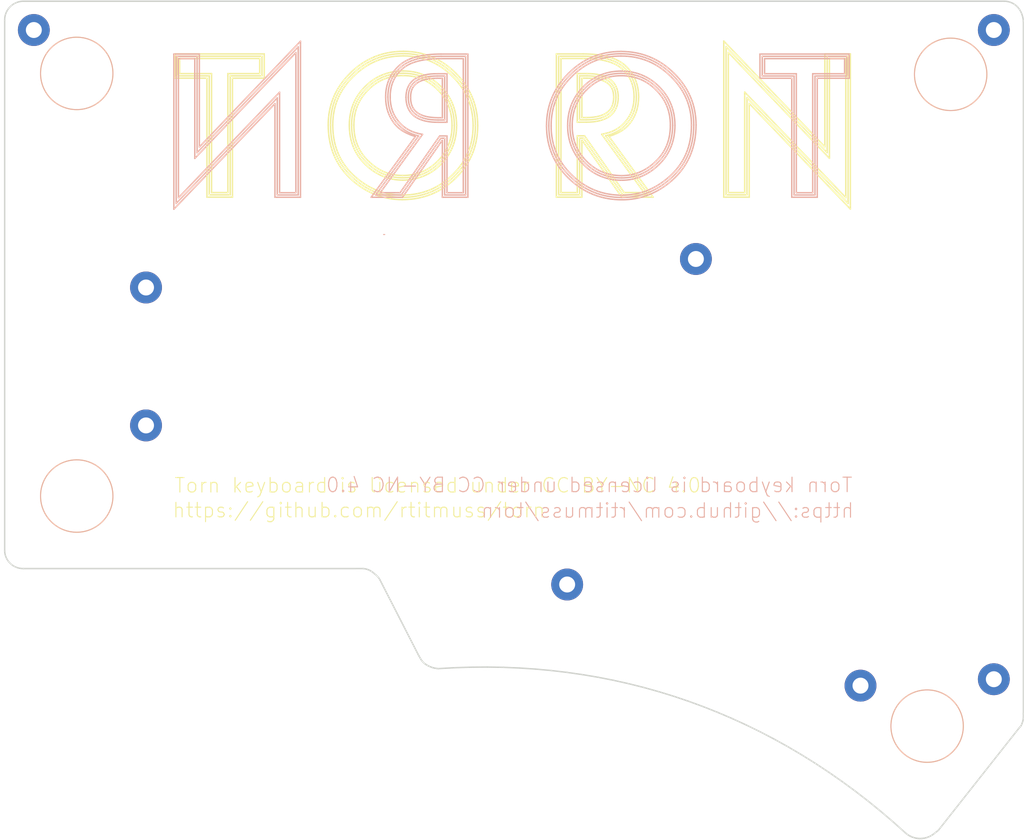
<source format=kicad_pcb>
(kicad_pcb (version 20221018) (generator pcbnew)
  (title_block (title "Torn Keyboard - Left") (rev "2.0"))
  (layers (0 "F.Cu" signal) (31 "B.Cu" signal) (34 "B.Paste" user) (35 "F.Paste" user) (36 "B.SilkS" user "B.Silkscreen") (37 "F.SilkS" user "F.Silkscreen") (38 "B.Mask" user) (39 "F.Mask" user) (44 "Edge.Cuts" user))
  (net 0 "")
  (footprint "footprints:MountingHole_2.2mm_M2_Pad" (layer "F.Cu") (at 69.723 89.789)
    (fp_text reference "H10")
    (fp_text value "M2")
    (pad "1" thru_hole circle (at 0 0) (size 4.4 4.4) (drill 2.2) (layers "*.Cu" "*.Mask"))
  )
  (footprint "footprints:MountingHole_2.2mm_M2_Pad" (layer "F.Cu") (at 69.723 108.839)
    (fp_text reference "H10")
    (fp_text value "M2")
    (pad "1" thru_hole circle (at 0 0) (size 4.4 4.4) (drill 2.2) (layers "*.Cu" "*.Mask"))
  )
  (footprint "footprints:MountingHole_2.2mm_M2_Pad" (layer "F.Cu") (at 54.229 54.229)
    (fp_text reference "H10")
    (fp_text value "M2")
    (pad "1" thru_hole circle (at 0 0) (size 4.4 4.4) (drill 2.2) (layers "*.Cu" "*.Mask"))
  )
  (footprint "footprints:MountingHole_2.2mm_M2_Pad" (layer "F.Cu") (at 186.817 54.229)
    (fp_text reference "H10")
    (fp_text value "M2")
    (pad "1" thru_hole circle (at 0 0) (size 4.4 4.4) (drill 2.2) (layers "*.Cu" "*.Mask"))
  )
  (footprint "footprints:MountingHole_2.2mm_M2_Pad" (layer "F.Cu") (at 145.669 85.852)
    (fp_text reference "H10")
    (fp_text value "M2")
    (pad "1" thru_hole circle (at 0 0) (size 4.4 4.4) (drill 2.2) (layers "*.Cu" "*.Mask"))
  )
  (footprint "footprints:MountingHole_2.2mm_M2_Pad" (layer "F.Cu") (at 168.402 144.78)
    (fp_text reference "H10")
    (fp_text value "M2")
    (pad "1" thru_hole circle (at 0 0) (size 4.4 4.4) (drill 2.2) (layers "*.Cu" "*.Mask"))
  )
  (footprint "footprints:MountingHole_2.2mm_M2_Pad" (layer "F.Cu") (at 127.889 130.81)
    (fp_text reference "H10")
    (fp_text value "M2")
    (pad "1" thru_hole circle (at 0 0) (size 4.4 4.4) (drill 2.2) (layers "*.Cu" "*.Mask"))
  )
  (footprint "footprints:MountingHole_2.2mm_M2_Pad" (layer "F.Cu") (at 186.817 143.891)
    (fp_text reference "H10")
    (fp_text value "M2")
    (pad "1" thru_hole circle (at 0 0) (size 4.4 4.4) (drill 2.2) (layers "*.Cu" "*.Mask"))
  )
  (gr_circle (center 60.1548 60.2234) (end 65.1548 60.2234) (stroke (width 0.15)) (fill none) (layer "B.SilkS"))
  (gr_circle (center 60.1548 118.5926) (end 65.1548 118.5926) (stroke (width 0.15)) (fill none) (layer "B.SilkS"))
  (gr_circle (center 177.6044 150.368) (end 182.6044 150.368) (stroke (width 0.15)) (fill none) (layer "B.SilkS"))
  (gr_circle (center 180.8556 60.3504) (end 185.8556 60.3504) (stroke (width 0.15)) (fill none) (layer "B.SilkS"))
  (gr_line (start 73.568392 78.970421) (end 73.568392 57.548512) (stroke (width 0.2)) (layer "B.SilkS"))
  (gr_line (start 87.532443 64.396953) (end 73.568392 78.970421) (stroke (width 0.2)) (layer "B.SilkS"))
  (gr_line (start 90.424622 76.696963) (end 90.424622 57.346963) (stroke (width 0.2)) (layer "B.SilkS"))
  (gr_line (start 88.169927 76.696963) (end 90.424622 76.696963) (stroke (width 0.2)) (layer "B.SilkS"))
  (gr_line (start 88.169927 62.817304) (end 88.169927 76.696963) (stroke (width 0.2)) (layer "B.SilkS"))
  (gr_line (start 74.201209 77.390701) (end 88.169927 62.817304) (stroke (width 0.2)) (layer "B.SilkS"))
  (gr_line (start 74.201209 58.181353) (end 74.201209 77.390701) (stroke (width 0.2)) (layer "B.SilkS"))
  (gr_line (start 76.460562 58.181353) (end 74.201209 58.181353) (stroke (width 0.2)) (layer "B.SilkS"))
  (gr_line (start 76.460562 71.962563) (end 76.460562 58.181353) (stroke (width 0.2)) (layer "B.SilkS"))
  (gr_line (start 90.424622 57.346963) (end 76.460562 71.962563) (stroke (width 0.2)) (layer "B.SilkS"))
  (gr_line (start 77.093371 70.378207) (end 91.057431 55.771973) (stroke (width 0.2)) (layer "B.SilkS"))
  (gr_line (start 77.093371 57.548512) (end 77.093371 70.378207) (stroke (width 0.2)) (layer "B.SilkS"))
  (gr_line (start 73.568392 57.548512) (end 77.093371 57.548512) (stroke (width 0.2)) (layer "B.SilkS"))
  (gr_line (start 87.532443 77.329772) (end 87.532443 64.396953) (stroke (width 0.2)) (layer "B.SilkS"))
  (gr_line (start 90.738693 77.329772) (end 87.532443 77.329772) (stroke (width 0.2)) (layer "B.SilkS"))
  (gr_line (start 91.057431 77.329772) (end 90.738693 77.329772) (stroke (width 0.2)) (layer "B.SilkS"))
  (gr_line (start 91.057431 55.771973) (end 91.057431 77.329772) (stroke (width 0.2)) (layer "B.SilkS"))
  (gr_line (start 87.851022 77.013288) (end 90.740756 77.013288) (stroke (width 0.2)) (layer "B.SilkS"))
  (gr_line (start 87.851022 63.606418) (end 87.851022 77.013288) (stroke (width 0.2)) (layer "B.SilkS"))
  (gr_line (start 73.886019 78.179116) (end 87.851022 63.606418) (stroke (width 0.2)) (layer "B.SilkS"))
  (gr_line (start 73.886019 57.864139) (end 73.886019 78.179116) (stroke (width 0.2)) (layer "B.SilkS"))
  (gr_line (start 76.775776 57.864139) (end 73.886019 57.864139) (stroke (width 0.2)) (layer "B.SilkS"))
  (gr_line (start 76.775776 71.171798) (end 76.775776 57.864139) (stroke (width 0.2)) (layer "B.SilkS"))
  (gr_line (start 90.740756 56.561913) (end 76.775776 71.171798) (stroke (width 0.2)) (layer "B.SilkS"))
  (gr_line (start 90.740756 77.013288) (end 90.740756 56.561913) (stroke (width 0.2)) (layer "B.SilkS"))
  (gr_line (start 110.651168 66.337584) (end 110.651168 60.895405) (stroke (width 0.2)) (layer "B.SilkS"))
  (gr_line (start 110.051188 66.337584) (end 110.651168 66.337584) (stroke (width 0.2)) (layer "B.SilkS"))
  (gr_line (start 110.651168 60.895405) (end 109.938666 60.895405) (stroke (width 0.2)) (layer "B.SilkS"))
  (gr_line (start 109.938666 60.262596) (end 111.288676 60.262596) (stroke (width 0.2)) (layer "B.SilkS"))
  (gr_line (start 110.969938 66.975084) (end 110.051188 66.975084) (stroke (width 0.2)) (layer "B.SilkS"))
  (gr_line (start 111.288676 66.975084) (end 110.969938 66.975084) (stroke (width 0.2)) (layer "B.SilkS"))
  (gr_line (start 111.288676 60.262596) (end 111.288676 66.975084) (stroke (width 0.2)) (layer "B.SilkS"))
  (gr_curve (pts (xy 107.163685 65.620408) (xy 107.766753 66.081362) (xy 108.723253 66.337584) (xy 110.051188 66.337584)) (stroke (width 0.2)) (layer "B.SilkS"))
  (gr_curve (pts (xy 106.263668 63.520407) (xy 106.263668 64.497093) (xy 106.560539 65.159438) (xy 107.163685 65.620408)) (stroke (width 0.2)) (layer "B.SilkS"))
  (gr_curve (pts (xy 107.130864 61.57041) (xy 106.546664 62.000392) (xy 106.263668 62.612501) (xy 106.263668 63.520407)) (stroke (width 0.2)) (layer "B.SilkS"))
  (gr_curve (pts (xy 109.938666 60.895405) (xy 108.646442 60.895405) (xy 107.715056 61.140515) (xy 107.130864 61.57041)) (stroke (width 0.2)) (layer "B.SilkS"))
  (gr_line (start 113.543243 76.697027) (end 113.543243 58.181353) (stroke (width 0.2)) (layer "B.SilkS"))
  (gr_line (start 111.288549 76.697027) (end 113.543243 76.697027) (stroke (width 0.2)) (layer "B.SilkS"))
  (gr_line (start 111.288549 68.859541) (end 111.288549 76.697027) (stroke (width 0.2)) (layer "B.SilkS"))
  (gr_line (start 110.280749 68.859541) (end 111.288549 68.859541) (stroke (width 0.2)) (layer "B.SilkS"))
  (gr_line (start 104.815115 76.697027) (end 110.280749 68.859541) (stroke (width 0.2)) (layer "B.SilkS"))
  (gr_line (start 102.068232 76.697027) (end 104.815115 76.697027) (stroke (width 0.2)) (layer "B.SilkS"))
  (gr_line (start 107.627624 69.037659) (end 102.068232 76.697027) (stroke (width 0.2)) (layer "B.SilkS"))
  (gr_line (start 107.913691 68.643896) (end 107.627624 69.037659) (stroke (width 0.2)) (layer "B.SilkS"))
  (gr_line (start 107.440236 68.540708) (end 107.913691 68.643896) (stroke (width 0.2)) (layer "B.SilkS"))
  (gr_line (start 113.54337 58.181353) (end 110.47305 58.181353) (stroke (width 0.2)) (layer "B.SilkS"))
  (gr_curve (pts (xy 106.755857 61.059489) (xy 107.502839 60.509675) (xy 108.568559 60.262596) (xy 109.938666 60.262596)) (stroke (width 0.2)) (layer "B.SilkS"))
  (gr_curve (pts (xy 105.626192 63.520407) (xy 105.626192 62.468744) (xy 106.008914 61.60924) (xy 106.755857 61.059489)) (stroke (width 0.2)) (layer "B.SilkS"))
  (gr_curve (pts (xy 106.779296 66.126629) (xy 106.013986 65.541676) (xy 105.626192 64.635595) (xy 105.626192 63.520407)) (stroke (width 0.2)) (layer "B.SilkS"))
  (gr_curve (pts (xy 110.051188 66.975084) (xy 108.642346 66.975084) (xy 107.54463 66.711568) (xy 106.779296 66.126629)) (stroke (width 0.2)) (layer "B.SilkS"))
  (gr_line (start 110.47305 57.548512) (end 114.176179 57.548512) (stroke (width 0.2)) (layer "B.SilkS"))
  (gr_line (start 100.821505 77.329772) (end 106.92464 68.93444) (stroke (width 0.2)) (layer "B.SilkS"))
  (gr_line (start 105.143402 77.329772) (end 100.821505 77.329772) (stroke (width 0.2)) (layer "B.SilkS"))
  (gr_line (start 110.613703 69.492287) (end 105.143402 77.329772) (stroke (width 0.2)) (layer "B.SilkS"))
  (gr_line (start 110.651168 69.492287) (end 110.613703 69.492287) (stroke (width 0.2)) (layer "B.SilkS"))
  (gr_line (start 110.651168 77.329772) (end 110.651168 69.492287) (stroke (width 0.2)) (layer "B.SilkS"))
  (gr_line (start 114.176179 77.329772) (end 110.651168 77.329772) (stroke (width 0.2)) (layer "B.SilkS"))
  (gr_line (start 114.176179 57.548512) (end 114.176179 77.329772) (stroke (width 0.2)) (layer "B.SilkS"))
  (gr_curve (pts (xy 104.543366 66.782902) (xy 105.276918 67.703715) (xy 106.229799 68.281351) (xy 107.440236 68.540708)) (stroke (width 0.2)) (layer "B.SilkS"))
  (gr_curve (pts (xy 103.446499 63.482912) (xy 103.446499 64.778247) (xy 103.810831 65.863328) (xy 104.543366 66.782902)) (stroke (width 0.2)) (layer "B.SilkS"))
  (gr_curve (pts (xy 105.19494 59.531362) (xy 104.019936 60.533995) (xy 103.446499 61.822188) (xy 103.446499 63.482912)) (stroke (width 0.2)) (layer "B.SilkS"))
  (gr_curve (pts (xy 110.47305 58.181353) (xy 107.98274 58.181353) (xy 106.229759 58.656301) (xy 105.19494 59.531362)) (stroke (width 0.2)) (layer "B.SilkS"))
  (gr_line (start 110.96889 60.580255) (end 110.96889 66.657402) (stroke (width 0.2)) (layer "B.SilkS"))
  (gr_line (start 109.939523 60.580255) (end 110.96889 60.580255) (stroke (width 0.2)) (layer "B.SilkS"))
  (gr_line (start 110.96889 66.657402) (end 110.051125 66.657402) (stroke (width 0.2)) (layer "B.SilkS"))
  (gr_curve (pts (xy 104.787111 59.048508) (xy 106.001231 58.021872) (xy 107.903206 57.548512) (xy 110.47305 57.548512)) (stroke (width 0.2)) (layer "B.SilkS"))
  (gr_curve (pts (xy 102.813659 63.482912) (xy 102.813659 61.670994) (xy 103.481678 60.162489) (xy 104.787111 59.048508)) (stroke (width 0.2)) (layer "B.SilkS"))
  (gr_curve (pts (xy 104.046479 67.176633) (xy 103.224599 66.144917) (xy 102.813659 64.899556) (xy 102.813659 63.482912)) (stroke (width 0.2)) (layer "B.SilkS"))
  (gr_curve (pts (xy 106.924616 68.93444) (xy 105.792752 68.603097) (xy 104.771903 68.087286) (xy 104.046479 67.176633)) (stroke (width 0.2)) (layer "B.SilkS"))
  (gr_line (start 113.858647 57.864139) (end 110.472796 57.864139) (stroke (width 0.2)) (layer "B.SilkS"))
  (gr_line (start 113.858647 77.013288) (end 113.858647 57.864139) (stroke (width 0.2)) (layer "B.SilkS"))
  (gr_line (start 110.96889 77.013288) (end 113.858647 77.013288) (stroke (width 0.2)) (layer "B.SilkS"))
  (gr_line (start 110.96889 69.175041) (end 110.96889 77.013288) (stroke (width 0.2)) (layer "B.SilkS"))
  (gr_line (start 110.448008 69.175041) (end 110.96889 69.175041) (stroke (width 0.2)) (layer "B.SilkS"))
  (gr_line (start 104.978595 77.013288) (end 110.448008 69.175041) (stroke (width 0.2)) (layer "B.SilkS"))
  (gr_line (start 101.443932 77.013288) (end 104.978595 77.013288) (stroke (width 0.2)) (layer "B.SilkS"))
  (gr_line (start 107.372251 68.852589) (end 101.443932 77.013288) (stroke (width 0.2)) (layer "B.SilkS"))
  (gr_line (start 140.102602 72.379758) (end 140.107365 72.379758) (stroke (width 0.2)) (layer "B.SilkS"))
  (gr_curve (pts (xy 105.945986 63.519614) (xy 105.945986 61.560028) (xy 107.277168 60.580255) (xy 109.939523 60.580255)) (stroke (width 0.2)) (layer "B.SilkS"))
  (gr_curve (pts (xy 110.051125 66.657402) (xy 107.314339 66.657402) (xy 105.945986 65.611462) (xy 105.945986 63.519614)) (stroke (width 0.2)) (layer "B.SilkS"))
  (gr_line (start 130.544911 62.526656) (end 130.538561 62.526656) (stroke (width 0.2)) (layer "B.SilkS"))
  (gr_curve (pts (xy 104.296479 66.979855) (xy 105.073679 67.955492) (xy 106.098949 68.579737) (xy 107.372251 68.852589)) (stroke (width 0.2)) (layer "B.SilkS"))
  (gr_curve (pts (xy 103.130651 63.482372) (xy 103.130651 64.838373) (xy 103.51927 66.00421) (xy 104.296479 66.979855)) (stroke (width 0.2)) (layer "B.SilkS"))
  (gr_curve (pts (xy 104.991002 59.290412) (xy 103.75076 60.348734) (xy 103.130651 61.746051) (xy 103.130651 63.482372)) (stroke (width 0.2)) (layer "B.SilkS"))
  (gr_curve (pts (xy 110.472796 57.864139) (xy 107.942743 57.864139) (xy 106.115459 58.339563) (xy 104.991002 59.290412)) (stroke (width 0.2)) (layer "B.SilkS"))
  (gr_line (start 130.118349 72.796953) (end 130.111999 72.796953) (stroke (width 0.2)) (layer "B.SilkS"))
  (gr_curve (pts (xy 140.173024 62.526656) (xy 138.854494 61.192236) (xy 137.268455 60.539171) (xy 135.349581 60.539171)) (stroke (width 0.2)) (layer "B.SilkS"))
  (gr_curve (pts (xy 142.141777 67.38758) (xy 142.141777 65.44214) (xy 141.490545 63.844194) (xy 140.173024 62.526656)) (stroke (width 0.2)) (layer "B.SilkS"))
  (gr_curve (pts (xy 140.107397 72.379758) (xy 141.470336 71.072294) (xy 142.141777 69.433137) (xy 142.141777 67.38758)) (stroke (width 0.2)) (layer "B.SilkS"))
  (gr_line (start 142.188648 60.632897) (end 142.183886 60.632897) (stroke (width 0.2)) (layer "B.SilkS"))
  (gr_curve (pts (xy 135.424479 74.339145) (xy 137.198589 74.339145) (xy 138.738591 73.695922) (xy 140.102602 72.379758)) (stroke (width 0.2)) (layer "B.SilkS"))
  (gr_curve (pts (xy 130.568247 72.351628) (xy 131.89473 73.68608) (xy 133.488484 74.339145) (xy 135.424479 74.339145)) (stroke (width 0.2)) (layer "B.SilkS"))
  (gr_curve (pts (xy 128.585427 67.439142) (xy 128.585427 69.384147) (xy 129.240653 71.000229) (xy 130.568247 72.351628)) (stroke (width 0.2)) (layer "B.SilkS"))
  (gr_curve (pts (xy 130.540116 62.526656) (xy 129.230874 63.851743) (xy 128.585427 65.467604) (xy 128.585427 67.439142)) (stroke (width 0.2)) (layer "B.SilkS"))
  (gr_curve (pts (xy 135.349581 60.539171) (xy 133.42215 60.539171) (xy 131.846374 61.193435) (xy 130.544911 62.526656)) (stroke (width 0.2)) (layer "B.SilkS"))
  (gr_line (start 166.202706 60.262596) (end 166.202706 58.181353) (stroke (width 0.2)) (layer "B.SilkS"))
  (gr_line (start 161.796458 60.262596) (end 166.202706 60.262596) (stroke (width 0.2)) (layer "B.SilkS"))
  (gr_line (start 161.796458 76.696963) (end 161.796458 60.262596) (stroke (width 0.2)) (layer "B.SilkS"))
  (gr_line (start 159.541773 76.696963) (end 161.796458 76.696963) (stroke (width 0.2)) (layer "B.SilkS"))
  (gr_line (start 159.541773 60.581335) (end 159.541773 76.696963) (stroke (width 0.2)) (layer "B.SilkS"))
  (gr_line (start 159.541773 60.262596) (end 159.541773 60.581335) (stroke (width 0.2)) (layer "B.SilkS"))
  (gr_line (start 155.154273 60.262596) (end 159.541773 60.262596) (stroke (width 0.2)) (layer "B.SilkS"))
  (gr_line (start 155.154273 58.181353) (end 155.154273 60.262596) (stroke (width 0.2)) (layer "B.SilkS"))
  (gr_line (start 166.202706 58.181353) (end 155.154273 58.181353) (stroke (width 0.2)) (layer "B.SilkS"))
  (gr_curve (pts (xy 130.090124 62.081363) (xy 131.500617 60.636421) (xy 133.275124 59.901631) (xy 135.349478 59.901631)) (stroke (width 0.2)) (layer "B.SilkS"))
  (gr_curve (pts (xy 127.952619 67.439142) (xy 127.952619 65.326189) (xy 128.670835 63.517804) (xy 130.090124 62.081363)) (stroke (width 0.2)) (layer "B.SilkS"))
  (gr_curve (pts (xy 130.113555 72.796953) (xy 128.679535 71.337184) (xy 127.952619 69.529022) (xy 127.952619 67.439142)) (stroke (width 0.2)) (layer "B.SilkS"))
  (gr_curve (pts (xy 135.424583 74.976653) (xy 133.342243 74.976653) (xy 131.553417 74.240625) (xy 130.118349 72.796953)) (stroke (width 0.2)) (layer "B.SilkS"))
  (gr_curve (pts (xy 140.54334 72.839157) (xy 139.079618 74.251515) (xy 137.354625 74.976653) (xy 135.424583 74.976653)) (stroke (width 0.2)) (layer "B.SilkS"))
  (gr_curve (pts (xy 142.774578 67.38758) (xy 142.774578 69.575345) (xy 142.02466 71.418114) (xy 140.54334 72.839157)) (stroke (width 0.2)) (layer "B.SilkS"))
  (gr_curve (pts (xy 140.623024 62.081363) (xy 142.050544 63.508883) (xy 142.774578 65.298153) (xy 142.774578 67.38758)) (stroke (width 0.2)) (layer "B.SilkS"))
  (gr_curve (pts (xy 135.349581 59.901631) (xy 137.414434 59.901631) (xy 139.197053 60.639818) (xy 140.623024 62.081363)) (stroke (width 0.2)) (layer "B.SilkS"))
  (gr_line (start 154.516773 57.548512) (end 166.835523 57.548512) (stroke (width 0.2)) (layer "B.SilkS"))
  (gr_line (start 154.516773 60.895405) (end 154.516773 57.548512) (stroke (width 0.2)) (layer "B.SilkS"))
  (gr_line (start 158.908963 60.895405) (end 154.516773 60.895405) (stroke (width 0.2)) (layer "B.SilkS"))
  (gr_line (start 158.908963 77.329772) (end 158.908963 60.895405) (stroke (width 0.2)) (layer "B.SilkS"))
  (gr_line (start 162.433959 77.329772) (end 158.908963 77.329772) (stroke (width 0.2)) (layer "B.SilkS"))
  (gr_line (start 162.433959 60.895405) (end 162.433959 77.329772) (stroke (width 0.2)) (layer "B.SilkS"))
  (gr_line (start 166.835523 60.895405) (end 162.433959 60.895405) (stroke (width 0.2)) (layer "B.SilkS"))
  (gr_line (start 166.835523 57.548512) (end 166.835523 60.895405) (stroke (width 0.2)) (layer "B.SilkS"))
  (gr_curve (pts (xy 142.183854 60.632897) (xy 140.268964 58.750186) (xy 138.004103 57.820419) (xy 135.316672 57.820419)) (stroke (width 0.2)) (layer "B.SilkS"))
  (gr_curve (pts (xy 145.057395 67.350083) (xy 145.057395 64.732241) (xy 144.112087 62.516108) (xy 142.188648 60.632897)) (stroke (width 0.2)) (layer "B.SilkS"))
  (gr_curve (pts (xy 141.916773 74.55476) (xy 144.019075 72.717261) (xy 145.057395 70.342838) (xy 145.057395 67.350083)) (stroke (width 0.2)) (layer "B.SilkS"))
  (gr_curve (pts (xy 135.462087 77.043832) (xy 137.861021 77.043832) (xy 139.998621 76.223095) (xy 141.916773 74.55476)) (stroke (width 0.2)) (layer "B.SilkS"))
  (gr_curve (pts (xy 128.529293 74.245419) (xy 130.45182 76.119653) (xy 132.740391 77.043832) (xy 135.462087 77.043832)) (stroke (width 0.2)) (layer "B.SilkS"))
  (gr_curve (pts (xy 125.674597 67.462583) (xy 125.674597 70.140273) (xy 126.615825 72.380171) (xy 128.529293 74.245419)) (stroke (width 0.2)) (layer "B.SilkS"))
  (gr_curve (pts (xy 128.519927 60.65636) (xy 126.612936 62.555263) (xy 125.674597 64.801616) (xy 125.674597 67.462583)) (stroke (width 0.2)) (layer "B.SilkS"))
  (gr_curve (pts (xy 135.316775 57.820419) (xy 132.66396 57.820419) (xy 130.418895 58.757361) (xy 128.519927 60.65636)) (stroke (width 0.2)) (layer "B.SilkS"))
  (gr_curve (pts (xy 128.069903 60.206335) (xy 130.073518 58.20272) (xy 132.512584 57.187578) (xy 135.316775 57.187578)) (stroke (width 0.2)) (layer "B.SilkS"))
  (gr_curve (pts (xy 125.03712 67.462583) (xy 125.03712 64.65004) (xy 126.057756 62.210014) (xy 128.069903 60.206335)) (stroke (width 0.2)) (layer "B.SilkS"))
  (gr_curve (pts (xy 128.083968 74.700079) (xy 126.061788 72.728881) (xy 125.03712 70.29153) (xy 125.03712 67.462583)) (stroke (width 0.2)) (layer "B.SilkS"))
  (gr_curve (pts (xy 135.462087 77.676641) (xy 132.594499 77.676641) (xy 130.11365 76.678802) (xy 128.083968 74.700079)) (stroke (width 0.2)) (layer "B.SilkS"))
  (gr_curve (pts (xy 142.333968 75.032883) (xy 140.316454 76.787641) (xy 138.007555 77.676641) (xy 135.462087 77.676641)) (stroke (width 0.2)) (layer "B.SilkS"))
  (gr_curve (pts (xy 145.690212 67.350083) (xy 145.690212 70.492348) (xy 144.564198 73.08356) (xy 142.333968 75.032883)) (stroke (width 0.2)) (layer "B.SilkS"))
  (gr_curve (pts (xy 142.629275 60.178205) (xy 144.658043 62.164548) (xy 145.690212 64.57708) (xy 145.690212 67.350083)) (stroke (width 0.2)) (layer "B.SilkS"))
  (gr_curve (pts (xy 135.316775 57.187578) (xy 138.15251 57.187578) (xy 140.608499 58.191417) (xy 142.629275 60.178205)) (stroke (width 0.2)) (layer "B.SilkS"))
  (gr_curve (pts (xy 140.399544 62.304153) (xy 141.772065 63.676682) (xy 142.458325 65.371654) (xy 142.458325 67.389112)) (stroke (width 0.2)) (layer "B.SilkS"))
  (gr_curve (pts (xy 135.351812 60.220559) (xy 137.344449 60.220559) (xy 139.027032 60.91509) (xy 140.399544 62.304153)) (stroke (width 0.2)) (layer "B.SilkS"))
  (gr_curve (pts (xy 130.316469 62.304153) (xy 131.67248 60.91509) (xy 133.350903 60.220559) (xy 135.351812 60.220559)) (stroke (width 0.2)) (layer "B.SilkS"))
  (gr_curve (pts (xy 128.270087 67.438698) (xy 128.270087 65.396451) (xy 128.952236 63.684936) (xy 130.316469 62.304153)) (stroke (width 0.2)) (layer "B.SilkS"))
  (gr_curve (pts (xy 130.341298 72.573243) (xy 128.960491 71.167639) (xy 128.270087 69.456124) (xy 128.270087 67.438698)) (stroke (width 0.2)) (layer "B.SilkS"))
  (gr_curve (pts (xy 135.426226 74.656836) (xy 133.417039 74.656836) (xy 131.722065 73.962305) (xy 130.341298 72.573243)) (stroke (width 0.2)) (layer "B.SilkS"))
  (gr_curve (pts (xy 140.32513 72.610454) (xy 138.911271 73.974719) (xy 137.278306 74.656836) (xy 135.426226 74.656836)) (stroke (width 0.2)) (layer "B.SilkS"))
  (gr_curve (pts (xy 142.458325 67.389112) (xy 142.458325 69.505749) (xy 141.74726 71.246188) (xy 140.32513 72.610454)) (stroke (width 0.2)) (layer "B.SilkS"))
  (gr_line (start 154.835829 60.580255) (end 159.226241 60.580255) (stroke (width 0.2)) (layer "B.SilkS"))
  (gr_line (start 154.835829 57.864139) (end 154.835829 60.580255) (stroke (width 0.2)) (layer "B.SilkS"))
  (gr_line (start 166.518785 57.864139) (end 154.835829 57.864139) (stroke (width 0.2)) (layer "B.SilkS"))
  (gr_line (start 166.518785 60.580255) (end 166.518785 57.864139) (stroke (width 0.2)) (layer "B.SilkS"))
  (gr_line (start 162.115967 60.580255) (end 166.518785 60.580255) (stroke (width 0.2)) (layer "B.SilkS"))
  (gr_line (start 162.115967 77.013288) (end 162.115967 60.580255) (stroke (width 0.2)) (layer "B.SilkS"))
  (gr_line (start 159.226241 77.013288) (end 162.115967 77.013288) (stroke (width 0.2)) (layer "B.SilkS"))
  (gr_line (start 159.226241 60.580255) (end 159.226241 77.013288) (stroke (width 0.2)) (layer "B.SilkS"))
  (gr_curve (pts (xy 142.123466 74.793266) (xy 144.289736 72.899855) (xy 145.372863 70.419387) (xy 145.372863 67.351893)) (stroke (width 0.2)) (layer "B.SilkS"))
  (gr_curve (pts (xy 135.463429 77.36057) (xy 137.935626 77.36057) (xy 140.155633 76.504781) (xy 142.123466 74.793266)) (stroke (width 0.2)) (layer "B.SilkS"))
  (gr_curve (pts (xy 128.307298 74.470813) (xy 130.283418 76.397307) (xy 132.668794 77.36057) (xy 135.463429 77.36057)) (stroke (width 0.2)) (layer "B.SilkS"))
  (gr_curve (pts (xy 125.355573 67.463527) (xy 125.355573 70.21683) (xy 126.339473 72.552605) (xy 128.307298 74.470813)) (stroke (width 0.2)) (layer "B.SilkS"))
  (gr_curve (pts (xy 128.294916 60.431411) (xy 126.335346 62.382702) (xy 125.355573 64.72674) (xy 125.355573 67.463527)) (stroke (width 0.2)) (layer "B.SilkS"))
  (gr_curve (pts (xy 135.314608 57.504475) (xy 132.586117 57.504475) (xy 130.246207 58.48012) (xy 128.294916 60.431411)) (stroke (width 0.2)) (layer "B.SilkS"))
  (gr_curve (pts (xy 142.408723 60.406614) (xy 140.440891 58.471833) (xy 138.076183 57.504475) (xy 135.314608 57.504475)) (stroke (width 0.2)) (layer "B.SilkS"))
  (gr_curve (pts (xy 145.372863 67.351893) (xy 145.372863 64.656478) (xy 144.384819 62.341364) (xy 142.408723 60.406614)) (stroke (width 0.2)) (layer "B.SilkS"))
  (gr_line (start 102.6922 82.4738) (end 102.5398 82.4738) (stroke (width 0.15)) (layer "B.SilkS"))
  (gr_circle (center 60.1548 60.2234) (end 65.1548 60.2234) (stroke (width 0.15)) (fill none) (layer "F.SilkS"))
  (gr_circle (center 180.8556 60.3504) (end 185.8556 60.3504) (stroke (width 0.15)) (fill none) (layer "F.SilkS"))
  (gr_circle (center 177.6044 150.368) (end 182.6044 150.368) (stroke (width 0.15)) (fill none) (layer "F.SilkS"))
  (gr_circle (center 60.1548 118.5926) (end 65.1548 118.5926) (stroke (width 0.15)) (fill none) (layer "F.SilkS"))
  (gr_line (start 167.005982 78.952596) (end 167.005982 57.530686) (stroke (width 0.2)) (layer "F.SilkS"))
  (gr_line (start 153.041931 64.379128) (end 167.005982 78.952596) (stroke (width 0.2)) (layer "F.SilkS"))
  (gr_line (start 150.149752 76.679138) (end 150.149752 57.329137) (stroke (width 0.2)) (layer "F.SilkS"))
  (gr_line (start 152.404446 76.679138) (end 150.149752 76.679138) (stroke (width 0.2)) (layer "F.SilkS"))
  (gr_line (start 152.404446 62.799478) (end 152.404446 76.679138) (stroke (width 0.2)) (layer "F.SilkS"))
  (gr_line (start 166.373165 77.372875) (end 152.404446 62.799478) (stroke (width 0.2)) (layer "F.SilkS"))
  (gr_line (start 166.373165 58.163527) (end 166.373165 77.372875) (stroke (width 0.2)) (layer "F.SilkS"))
  (gr_line (start 164.113811 58.163527) (end 166.373165 58.163527) (stroke (width 0.2)) (layer "F.SilkS"))
  (gr_line (start 164.113811 71.944738) (end 164.113811 58.163527) (stroke (width 0.2)) (layer "F.SilkS"))
  (gr_line (start 150.149752 57.329137) (end 164.113811 71.944738) (stroke (width 0.2)) (layer "F.SilkS"))
  (gr_line (start 163.481002 70.360382) (end 149.516943 55.754147) (stroke (width 0.2)) (layer "F.SilkS"))
  (gr_line (start 163.481002 57.530686) (end 163.481002 70.360382) (stroke (width 0.2)) (layer "F.SilkS"))
  (gr_line (start 167.005982 57.530686) (end 163.481002 57.530686) (stroke (width 0.2)) (layer "F.SilkS"))
  (gr_line (start 153.041931 77.311947) (end 153.041931 64.379128) (stroke (width 0.2)) (layer "F.SilkS"))
  (gr_line (start 149.835682 77.311947) (end 153.041931 77.311947) (stroke (width 0.2)) (layer "F.SilkS"))
  (gr_line (start 149.516943 77.311947) (end 149.835682 77.311947) (stroke (width 0.2)) (layer "F.SilkS"))
  (gr_line (start 149.516943 55.754147) (end 149.516943 77.311947) (stroke (width 0.2)) (layer "F.SilkS"))
  (gr_line (start 152.723351 76.995463) (end 149.833618 76.995463) (stroke (width 0.2)) (layer "F.SilkS"))
  (gr_line (start 152.723351 63.588593) (end 152.723351 76.995463) (stroke (width 0.2)) (layer "F.SilkS"))
  (gr_line (start 166.688355 78.161291) (end 152.723351 63.588593) (stroke (width 0.2)) (layer "F.SilkS"))
  (gr_line (start 166.688355 57.846313) (end 166.688355 78.161291) (stroke (width 0.2)) (layer "F.SilkS"))
  (gr_line (start 163.798597 57.846313) (end 166.688355 57.846313) (stroke (width 0.2)) (layer "F.SilkS"))
  (gr_line (start 163.798597 71.153973) (end 163.798597 57.846313) (stroke (width 0.2)) (layer "F.SilkS"))
  (gr_line (start 149.833618 56.544087) (end 163.798597 71.153973) (stroke (width 0.2)) (layer "F.SilkS"))
  (gr_line (start 149.833618 76.995463) (end 149.833618 56.544087) (stroke (width 0.2)) (layer "F.SilkS"))
  (gr_line (start 129.923206 66.319759) (end 129.923206 60.87758) (stroke (width 0.2)) (layer "F.SilkS"))
  (gr_line (start 130.523186 66.319759) (end 129.923206 66.319759) (stroke (width 0.2)) (layer "F.SilkS"))
  (gr_line (start 129.923206 60.87758) (end 130.635708 60.87758) (stroke (width 0.2)) (layer "F.SilkS"))
  (gr_line (start 130.635708 60.244771) (end 129.285698 60.244771) (stroke (width 0.2)) (layer "F.SilkS"))
  (gr_line (start 129.604436 66.957259) (end 130.523186 66.957259) (stroke (width 0.2)) (layer "F.SilkS"))
  (gr_line (start 129.285698 66.957259) (end 129.604436 66.957259) (stroke (width 0.2)) (layer "F.SilkS"))
  (gr_line (start 129.285698 60.244771) (end 129.285698 66.957259) (stroke (width 0.2)) (layer "F.SilkS"))
  (gr_curve (pts (xy 133.410689 65.602582) (xy 132.807622 66.063536) (xy 131.851121 66.319759) (xy 130.523186 66.319759)) (stroke (width 0.2)) (layer "F.SilkS"))
  (gr_curve (pts (xy 134.310706 63.502582) (xy 134.310706 64.479267) (xy 134.013836 65.141612) (xy 133.410689 65.602582)) (stroke (width 0.2)) (layer "F.SilkS"))
  (gr_curve (pts (xy 133.44351 61.552585) (xy 134.02771 61.982567) (xy 134.310706 62.594675) (xy 134.310706 63.502582)) (stroke (width 0.2)) (layer "F.SilkS"))
  (gr_curve (pts (xy 130.635708 60.87758) (xy 131.927933 60.87758) (xy 132.859319 61.12269) (xy 133.44351 61.552585)) (stroke (width 0.2)) (layer "F.SilkS"))
  (gr_line (start 127.031131 76.679201) (end 127.031131 58.163527) (stroke (width 0.2)) (layer "F.SilkS"))
  (gr_line (start 129.285825 76.679201) (end 127.031131 76.679201) (stroke (width 0.2)) (layer "F.SilkS"))
  (gr_line (start 129.285825 68.841716) (end 129.285825 76.679201) (stroke (width 0.2)) (layer "F.SilkS"))
  (gr_line (start 130.293626 68.841716) (end 129.285825 68.841716) (stroke (width 0.2)) (layer "F.SilkS"))
  (gr_line (start 135.75926 76.679201) (end 130.293626 68.841716) (stroke (width 0.2)) (layer "F.SilkS"))
  (gr_line (start 138.506142 76.679201) (end 135.75926 76.679201) (stroke (width 0.2)) (layer "F.SilkS"))
  (gr_line (start 132.94675 69.019833) (end 138.506142 76.679201) (stroke (width 0.2)) (layer "F.SilkS"))
  (gr_line (start 132.660683 68.62607) (end 132.94675 69.019833) (stroke (width 0.2)) (layer "F.SilkS"))
  (gr_line (start 133.134139 68.522883) (end 132.660683 68.62607) (stroke (width 0.2)) (layer "F.SilkS"))
  (gr_line (start 127.031003 58.163527) (end 130.101324 58.163527) (stroke (width 0.2)) (layer "F.SilkS"))
  (gr_curve (pts (xy 133.818518 61.041664) (xy 133.071535 60.491849) (xy 132.005815 60.244771) (xy 130.635708 60.244771)) (stroke (width 0.2)) (layer "F.SilkS"))
  (gr_curve (pts (xy 134.948182 63.502582) (xy 134.948182 62.450919) (xy 134.56546 61.591415) (xy 133.818518 61.041664)) (stroke (width 0.2)) (layer "F.SilkS"))
  (gr_curve (pts (xy 133.795078 66.108804) (xy 134.560388 65.52385) (xy 134.948182 64.617769) (xy 134.948182 63.502582)) (stroke (width 0.2)) (layer "F.SilkS"))
  (gr_curve (pts (xy 130.523186 66.957259) (xy 131.932028 66.957259) (xy 133.029745 66.693742) (xy 133.795078 66.108804)) (stroke (width 0.2)) (layer "F.SilkS"))
  (gr_line (start 130.101324 57.530686) (end 126.398195 57.530686) (stroke (width 0.2)) (layer "F.SilkS"))
  (gr_line (start 139.752869 77.311947) (end 133.649735 68.916614) (stroke (width 0.2)) (layer "F.SilkS"))
  (gr_line (start 135.430973 77.311947) (end 139.752869 77.311947) (stroke (width 0.2)) (layer "F.SilkS"))
  (gr_line (start 129.960671 69.474462) (end 135.430973 77.311947) (stroke (width 0.2)) (layer "F.SilkS"))
  (gr_line (start 129.923206 69.474462) (end 129.960671 69.474462) (stroke (width 0.2)) (layer "F.SilkS"))
  (gr_line (start 129.923206 77.311947) (end 129.923206 69.474462) (stroke (width 0.2)) (layer "F.SilkS"))
  (gr_line (start 126.398195 77.311947) (end 129.923206 77.311947) (stroke (width 0.2)) (layer "F.SilkS"))
  (gr_line (start 126.398195 57.530686) (end 126.398195 77.311947) (stroke (width 0.2)) (layer "F.SilkS"))
  (gr_curve (pts (xy 136.031008 66.765076) (xy 135.297456 67.685889) (xy 134.344575 68.263525) (xy 133.134139 68.522883)) (stroke (width 0.2)) (layer "F.SilkS"))
  (gr_curve (pts (xy 137.127875 63.465085) (xy 137.127875 64.760421) (xy 136.763544 65.845501) (xy 136.031008 66.765076)) (stroke (width 0.2)) (layer "F.SilkS"))
  (gr_curve (pts (xy 135.379434 59.513537) (xy 136.554438 60.51617) (xy 137.127875 61.804362) (xy 137.127875 63.465085)) (stroke (width 0.2)) (layer "F.SilkS"))
  (gr_curve (pts (xy 130.101324 58.163527) (xy 132.591634 58.163527) (xy 134.344615 58.638475) (xy 135.379434 59.513537)) (stroke (width 0.2)) (layer "F.SilkS"))
  (gr_line (start 129.605484 60.56243) (end 129.605484 66.639576) (stroke (width 0.2)) (layer "F.SilkS"))
  (gr_line (start 130.634851 60.56243) (end 129.605484 60.56243) (stroke (width 0.2)) (layer "F.SilkS"))
  (gr_line (start 129.605484 66.639576) (end 130.523249 66.639576) (stroke (width 0.2)) (layer "F.SilkS"))
  (gr_curve (pts (xy 135.787263 59.030683) (xy 134.573143 58.004047) (xy 132.671168 57.530686) (xy 130.101324 57.530686)) (stroke (width 0.2)) (layer "F.SilkS"))
  (gr_curve (pts (xy 137.760715 63.465085) (xy 137.760715 61.653169) (xy 137.092696 60.144663) (xy 135.787263 59.030683)) (stroke (width 0.2)) (layer "F.SilkS"))
  (gr_curve (pts (xy 136.527895 67.158808) (xy 137.349775 66.127092) (xy 137.760715 64.88173) (xy 137.760715 63.465085)) (stroke (width 0.2)) (layer "F.SilkS"))
  (gr_curve (pts (xy 133.649758 68.916614) (xy 134.781622 68.585271) (xy 135.802471 68.069461) (xy 136.527895 67.158808)) (stroke (width 0.2)) (layer "F.SilkS"))
  (gr_line (start 126.715727 57.846313) (end 130.101578 57.846313) (stroke (width 0.2)) (layer "F.SilkS"))
  (gr_line (start 126.715727 76.995463) (end 126.715727 57.846313) (stroke (width 0.2)) (layer "F.SilkS"))
  (gr_line (start 129.605484 76.995463) (end 126.715727 76.995463) (stroke (width 0.2)) (layer "F.SilkS"))
  (gr_line (start 129.605484 69.157216) (end 129.605484 76.995463) (stroke (width 0.2)) (layer "F.SilkS"))
  (gr_line (start 130.126367 69.157216) (end 129.605484 69.157216) (stroke (width 0.2)) (layer "F.SilkS"))
  (gr_line (start 135.595779 76.995463) (end 130.126367 69.157216) (stroke (width 0.2)) (layer "F.SilkS"))
  (gr_line (start 139.130442 76.995463) (end 135.595779 76.995463) (stroke (width 0.2)) (layer "F.SilkS"))
  (gr_line (start 133.202123 68.834763) (end 139.130442 76.995463) (stroke (width 0.2)) (layer "F.SilkS"))
  (gr_line (start 100.471772 72.361933) (end 100.467009 72.361933) (stroke (width 0.2)) (layer "F.SilkS"))
  (gr_curve (pts (xy 134.628388 63.501788) (xy 134.628388 61.542202) (xy 133.297206 60.56243) (xy 130.634851 60.56243)) (stroke (width 0.2)) (layer "F.SilkS"))
  (gr_curve (pts (xy 130.523249 66.639576) (xy 133.260035 66.639576) (xy 134.628388 65.593636) (xy 134.628388 63.501788)) (stroke (width 0.2)) (layer "F.SilkS"))
  (gr_line (start 110.029464 62.508831) (end 110.035814 62.508831) (stroke (width 0.2)) (layer "F.SilkS"))
  (gr_curve (pts (xy 136.277896 66.962029) (xy 135.500696 67.937667) (xy 134.475425 68.561911) (xy 133.202123 68.834763)) (stroke (width 0.2)) (layer "F.SilkS"))
  (gr_curve (pts (xy 137.443724 63.464545) (xy 137.443724 64.820548) (xy 137.055104 65.986384) (xy 136.277896 66.962029)) (stroke (width 0.2)) (layer "F.SilkS"))
  (gr_curve (pts (xy 135.583373 59.272586) (xy 136.823614 60.330909) (xy 137.443724 61.728226) (xy 137.443724 63.464545)) (stroke (width 0.2)) (layer "F.SilkS"))
  (gr_curve (pts (xy 130.101578 57.846313) (xy 132.631631 57.846313) (xy 134.458915 58.321737) (xy 135.583373 59.272586)) (stroke (width 0.2)) (layer "F.SilkS"))
  (gr_line (start 110.456025 72.779128) (end 110.462375 72.779128) (stroke (width 0.2)) (layer "F.SilkS"))
  (gr_curve (pts (xy 100.40135 62.508831) (xy 101.71988 61.174411) (xy 103.305919 60.521345) (xy 105.224793 60.521345)) (stroke (width 0.2)) (layer "F.SilkS"))
  (gr_curve (pts (xy 98.432597 67.369755) (xy 98.432597 65.424314) (xy 99.083829 63.826368) (xy 100.40135 62.508831)) (stroke (width 0.2)) (layer "F.SilkS"))
  (gr_curve (pts (xy 100.466978 72.361933) (xy 99.104038 71.054468) (xy 98.432597 69.415311) (xy 98.432597 67.369755)) (stroke (width 0.2)) (layer "F.SilkS"))
  (gr_line (start 98.385726 60.615071) (end 98.390488 60.615071) (stroke (width 0.2)) (layer "F.SilkS"))
  (gr_curve (pts (xy 105.149895 74.32132) (xy 103.375785 74.32132) (xy 101.835783 73.678097) (xy 100.471772 72.361933)) (stroke (width 0.2)) (layer "F.SilkS"))
  (gr_curve (pts (xy 110.006127 72.333802) (xy 108.679645 73.668254) (xy 107.08589 74.32132) (xy 105.149895 74.32132)) (stroke (width 0.2)) (layer "F.SilkS"))
  (gr_curve (pts (xy 111.988946 67.421317) (xy 111.988946 69.366321) (xy 111.333722 70.982404) (xy 110.006127 72.333802)) (stroke (width 0.2)) (layer "F.SilkS"))
  (gr_curve (pts (xy 110.034258 62.508831) (xy 111.343501 63.833917) (xy 111.988946 65.449777) (xy 111.988946 67.421317)) (stroke (width 0.2)) (layer "F.SilkS"))
  (gr_curve (pts (xy 105.224793 60.521345) (xy 107.152224 60.521345) (xy 108.728 61.175609) (xy 110.029464 62.508831)) (stroke (width 0.2)) (layer "F.SilkS"))
  (gr_line (start 74.371667 60.244771) (end 74.371667 58.163527) (stroke (width 0.2)) (layer "F.SilkS"))
  (gr_line (start 78.777915 60.244771) (end 74.371667 60.244771) (stroke (width 0.2)) (layer "F.SilkS"))
  (gr_line (start 78.777915 76.679138) (end 78.777915 60.244771) (stroke (width 0.2)) (layer "F.SilkS"))
  (gr_line (start 81.032601 76.679138) (end 78.777915 76.679138) (stroke (width 0.2)) (layer "F.SilkS"))
  (gr_line (start 81.032601 60.563509) (end 81.032601 76.679138) (stroke (width 0.2)) (layer "F.SilkS"))
  (gr_line (start 81.032601 60.244771) (end 81.032601 60.563509) (stroke (width 0.2)) (layer "F.SilkS"))
  (gr_line (start 85.4201 60.244771) (end 81.032601 60.244771) (stroke (width 0.2)) (layer "F.SilkS"))
  (gr_line (start 85.4201 58.163527) (end 85.4201 60.244771) (stroke (width 0.2)) (layer "F.SilkS"))
  (gr_line (start 74.371667 58.163527) (end 85.4201 58.163527) (stroke (width 0.2)) (layer "F.SilkS"))
  (gr_curve (pts (xy 110.484251 62.063537) (xy 109.073757 60.618595) (xy 107.29925 59.883805) (xy 105.224896 59.883805)) (stroke (width 0.2)) (layer "F.SilkS"))
  (gr_curve (pts (xy 112.621755 67.421317) (xy 112.621755 65.308363) (xy 111.903539 63.499978) (xy 110.484251 62.063537)) (stroke (width 0.2)) (layer "F.SilkS"))
  (gr_curve (pts (xy 110.460819 72.779128) (xy 111.894839 71.319358) (xy 112.621755 69.511196) (xy 112.621755 67.421317)) (stroke (width 0.2)) (layer "F.SilkS"))
  (gr_curve (pts (xy 105.149792 74.958828) (xy 107.232131 74.958828) (xy 109.020957 74.2228) (xy 110.456025 72.779128)) (stroke (width 0.2)) (layer "F.SilkS"))
  (gr_curve (pts (xy 100.031034 72.821331) (xy 101.494756 74.23369) (xy 103.219749 74.958828) (xy 105.149792 74.958828)) (stroke (width 0.2)) (layer "F.SilkS"))
  (gr_curve (pts (xy 97.799796 67.369755) (xy 97.799796 69.557519) (xy 98.549715 71.400289) (xy 100.031034 72.821331)) (stroke (width 0.2)) (layer "F.SilkS"))
  (gr_curve (pts (xy 99.95135 62.063537) (xy 98.52383 63.491057) (xy 97.799796 65.280327) (xy 97.799796 67.369755)) (stroke (width 0.2)) (layer "F.SilkS"))
  (gr_curve (pts (xy 105.224793 59.883805) (xy 103.15994 59.883805) (xy 101.377321 60.621992) (xy 99.95135 62.063537)) (stroke (width 0.2)) (layer "F.SilkS"))
  (gr_line (start 86.0576 57.530686) (end 73.73885 57.530686) (stroke (width 0.2)) (layer "F.SilkS"))
  (gr_line (start 86.0576 60.87758) (end 86.0576 57.530686) (stroke (width 0.2)) (layer "F.SilkS"))
  (gr_line (start 81.66541 60.87758) (end 86.0576 60.87758) (stroke (width 0.2)) (layer "F.SilkS"))
  (gr_line (start 81.66541 77.311947) (end 81.66541 60.87758) (stroke (width 0.2)) (layer "F.SilkS"))
  (gr_line (start 78.140415 77.311947) (end 81.66541 77.311947) (stroke (width 0.2)) (layer "F.SilkS"))
  (gr_line (start 78.140415 60.87758) (end 78.140415 77.311947) (stroke (width 0.2)) (layer "F.SilkS"))
  (gr_line (start 73.73885 60.87758) (end 78.140415 60.87758) (stroke (width 0.2)) (layer "F.SilkS"))
  (gr_line (start 73.73885 57.530686) (end 73.73885 60.87758) (stroke (width 0.2)) (layer "F.SilkS"))
  (gr_curve (pts (xy 98.39052 60.615071) (xy 100.30541 58.73236) (xy 102.570272 57.802593) (xy 105.257702 57.802593)) (stroke (width 0.2)) (layer "F.SilkS"))
  (gr_curve (pts (xy 95.516979 67.332258) (xy 95.516979 64.714416) (xy 96.462288 62.498282) (xy 98.385726 60.615071)) (stroke (width 0.2)) (layer "F.SilkS"))
  (gr_curve (pts (xy 98.657601 74.536934) (xy 96.555299 72.699435) (xy 95.516979 70.325012) (xy 95.516979 67.332258)) (stroke (width 0.2)) (layer "F.SilkS"))
  (gr_curve (pts (xy 105.112287 77.026006) (xy 102.713353 77.026006) (xy 100.575753 76.205269) (xy 98.657601 74.536934)) (stroke (width 0.2)) (layer "F.SilkS"))
  (gr_curve (pts (xy 112.04508 74.227594) (xy 110.122555 76.101828) (xy 107.833983 77.026006) (xy 105.112287 77.026006)) (stroke (width 0.2)) (layer "F.SilkS"))
  (gr_curve (pts (xy 114.899777 67.444756) (xy 114.899777 70.122447) (xy 113.958549 72.362345) (xy 112.04508 74.227594)) (stroke (width 0.2)) (layer "F.SilkS"))
  (gr_curve (pts (xy 112.054446 60.638534) (xy 113.961438 62.537438) (xy 114.899777 64.783789) (xy 114.899777 67.444756)) (stroke (width 0.2)) (layer "F.SilkS"))
  (gr_curve (pts (xy 105.257599 57.802593) (xy 107.910414 57.802593) (xy 110.155479 58.739536) (xy 112.054446 60.638534)) (stroke (width 0.2)) (layer "F.SilkS"))
  (gr_curve (pts (xy 112.504471 60.18851) (xy 110.500856 58.184895) (xy 108.06179 57.169752) (xy 105.257599 57.169752)) (stroke (width 0.2)) (layer "F.SilkS"))
  (gr_curve (pts (xy 115.537254 67.444756) (xy 115.537254 64.632215) (xy 114.516618 62.192188) (xy 112.504471 60.18851)) (stroke (width 0.2)) (layer "F.SilkS"))
  (gr_curve (pts (xy 112.490405 74.682254) (xy 114.512586 72.711056) (xy 115.537254 70.273704) (xy 115.537254 67.444756)) (stroke (width 0.2)) (layer "F.SilkS"))
  (gr_curve (pts (xy 105.112287 77.658815) (xy 107.979875 77.658815) (xy 110.460724 76.660977) (xy 112.490405 74.682254)) (stroke (width 0.2)) (layer "F.SilkS"))
  (gr_curve (pts (xy 98.240406 75.015057) (xy 100.25792 76.769816) (xy 102.566819 77.658815) (xy 105.112287 77.658815)) (stroke (width 0.2)) (layer "F.SilkS"))
  (gr_curve (pts (xy 94.884162 67.332258) (xy 94.884162 70.474523) (xy 96.010176 73.065735) (xy 98.240406 75.015057)) (stroke (width 0.2)) (layer "F.SilkS"))
  (gr_curve (pts (xy 97.9451 60.160379) (xy 95.916331 62.146722) (xy 94.884162 64.559253) (xy 94.884162 67.332258)) (stroke (width 0.2)) (layer "F.SilkS"))
  (gr_curve (pts (xy 105.257599 57.169752) (xy 102.421864 57.169752) (xy 99.965875 58.173592) (xy 97.9451 60.160379)) (stroke (width 0.2)) (layer "F.SilkS"))
  (gr_curve (pts (xy 100.17483 62.286327) (xy 98.80231 63.658855) (xy 98.116049 65.353829) (xy 98.116049 67.371287)) (stroke (width 0.2)) (layer "F.SilkS"))
  (gr_curve (pts (xy 105.222563 60.202734) (xy 103.229925 60.202734) (xy 101.547342 60.897265) (xy 100.17483 62.286327)) (stroke (width 0.2)) (layer "F.SilkS"))
  (gr_curve (pts (xy 110.257905 62.286327) (xy 108.901894 60.897265) (xy 107.223471 60.202734) (xy 105.222563 60.202734)) (stroke (width 0.2)) (layer "F.SilkS"))
  (gr_curve (pts (xy 112.304287 67.420872) (xy 112.304287 65.378625) (xy 111.622138 63.66711) (xy 110.257905 62.286327)) (stroke (width 0.2)) (layer "F.SilkS"))
  (gr_curve (pts (xy 110.233076 72.555417) (xy 111.613883 71.149813) (xy 112.304287 69.438298) (xy 112.304287 67.420872)) (stroke (width 0.2)) (layer "F.SilkS"))
  (gr_curve (pts (xy 105.148149 74.63901) (xy 107.157336 74.63901) (xy 108.852309 73.944479) (xy 110.233076 72.555417)) (stroke (width 0.2)) (layer "F.SilkS"))
  (gr_curve (pts (xy 100.249244 72.592628) (xy 101.663103 73.956893) (xy 103.296068 74.63901) (xy 105.148149 74.63901)) (stroke (width 0.2)) (layer "F.SilkS"))
  (gr_curve (pts (xy 98.116049 67.371287) (xy 98.116049 69.487923) (xy 98.827114 71.228363) (xy 100.249244 72.592628)) (stroke (width 0.2)) (layer "F.SilkS"))
  (gr_line (start 85.738545 60.56243) (end 81.348132 60.56243) (stroke (width 0.2)) (layer "F.SilkS"))
  (gr_line (start 85.738545 57.846313) (end 85.738545 60.56243) (stroke (width 0.2)) (layer "F.SilkS"))
  (gr_line (start 74.055588 57.846313) (end 85.738545 57.846313) (stroke (width 0.2)) (layer "F.SilkS"))
  (gr_line (start 74.055588 60.56243) (end 74.055588 57.846313) (stroke (width 0.2)) (layer "F.SilkS"))
  (gr_line (start 78.458407 60.56243) (end 74.055588 60.56243) (stroke (width 0.2)) (layer "F.SilkS"))
  (gr_line (start 78.458407 76.995463) (end 78.458407 60.56243) (stroke (width 0.2)) (layer "F.SilkS"))
  (gr_line (start 81.348132 76.995463) (end 78.458407 76.995463) (stroke (width 0.2)) (layer "F.SilkS"))
  (gr_line (start 81.348132 60.56243) (end 81.348132 76.995463) (stroke (width 0.2)) (layer "F.SilkS"))
  (gr_curve (pts (xy 98.450909 74.77544) (xy 96.284638 72.882029) (xy 95.201511 70.401561) (xy 95.201511 67.334068)) (stroke (width 0.2)) (layer "F.SilkS"))
  (gr_curve (pts (xy 105.110946 77.342744) (xy 102.638748 77.342744) (xy 100.418741 76.486955) (xy 98.450909 74.77544)) (stroke (width 0.2)) (layer "F.SilkS"))
  (gr_curve (pts (xy 112.267076 74.452987) (xy 110.290957 76.379481) (xy 107.90558 77.342744) (xy 105.110946 77.342744)) (stroke (width 0.2)) (layer "F.SilkS"))
  (gr_curve (pts (xy 115.218801 67.445701) (xy 115.218801 70.199004) (xy 114.234901 72.53478) (xy 112.267076 74.452987)) (stroke (width 0.2)) (layer "F.SilkS"))
  (gr_curve (pts (xy 112.279459 60.413586) (xy 114.239028 62.364876) (xy 115.218801 64.708915) (xy 115.218801 67.445701)) (stroke (width 0.2)) (layer "F.SilkS"))
  (gr_curve (pts (xy 105.259766 57.486649) (xy 107.988257 57.486649) (xy 110.328168 58.462295) (xy 112.279459 60.413586)) (stroke (width 0.2)) (layer "F.SilkS"))
  (gr_curve (pts (xy 98.165651 60.388789) (xy 100.133484 58.454008) (xy 102.498191 57.486649) (xy 105.259766 57.486649)) (stroke (width 0.2)) (layer "F.SilkS"))
  (gr_curve (pts (xy 95.201511 67.334068) (xy 95.201511 64.638652) (xy 96.189555 62.323538) (xy 98.165651 60.388789)) (stroke (width 0.2)) (layer "F.SilkS"))
  (gr_line (start 190.4492 150.4696) (end 190.58133 150.30699) (stroke (width 0.2)) (layer "Edge.Cuts"))
  (gr_line (start 174.617405 165.122835) (end 172.905445 163.593755) (stroke (width 0.2)) (layer "Edge.Cuts"))
  (gr_line (start 160.296885 154.348155) (end 158.409665 153.235635) (stroke (width 0.2)) (layer "Edge.Cuts"))
  (gr_line (start 112.377245 142.300934) (end 110.109025 142.427935) (stroke (width 0.2)) (layer "Edge.Cuts"))
  (gr_line (start 178.816 165.0238) (end 179.0192 164.8714) (stroke (width 0.2)) (layer "Edge.Cuts"))
  (gr_line (start 100.154765 128.678915) (end 100.418925 128.767815) (stroke (width 0.2)) (layer "Edge.Cuts"))
  (gr_line (start 174.617405 165.122835) (end 174.802825 165.272695) (stroke (width 0.2)) (layer "Edge.Cuts"))
  (gr_line (start 132.168925 143.621735) (end 130.030245 143.258515) (stroke (width 0.2)) (layer "Edge.Cuts"))
  (gr_line (start 146.679945 147.678115) (end 144.658105 146.938975) (stroke (width 0.2)) (layer "Edge.Cuts"))
  (gr_line (start 109.433385 142.323795) (end 109.654365 142.374595) (stroke (width 0.2)) (layer "Edge.Cuts"))
  (gr_line (start 177.167565 165.851815) (end 177.396165 165.803555) (stroke (width 0.2)) (layer "Edge.Cuts"))
  (gr_line (start 108.226885 141.744675) (end 108.409765 141.874215) (stroke (width 0.2)) (layer "Edge.Cuts"))
  (gr_line (start 176.773865 165.892455) (end 176.931345 165.882295) (stroke (width 0.2)) (layer "Edge.Cuts"))
  (gr_curve (pts (xy 190.127728 51.083203) (xy 190.609236 51.615282) (xy 190.843207 52.326211) (xy 190.901345 53.040255)) (stroke (width 0.2)) (layer "Edge.Cuts"))
  (gr_line (start 176.303965 165.877215) (end 176.537645 165.894995) (stroke (width 0.2)) (layer "Edge.Cuts"))
  (gr_line (start 175.407345 165.630835) (end 175.623245 165.717195) (stroke (width 0.2)) (layer "Edge.Cuts"))
  (gr_curve (pts (xy 50.198045 52.918476) (xy 50.163144 51.505044) (xy 51.262364 50.321945) (xy 52.674545 50.253)) (stroke (width 0.2)) (layer "Edge.Cuts"))
  (gr_line (start 162.161245 155.511475) (end 160.296885 154.348155) (stroke (width 0.2)) (layer "Edge.Cuts"))
  (gr_line (start 100.667845 128.884655) (end 100.906605 129.026895) (stroke (width 0.2)) (layer "Edge.Cuts"))
  (gr_line (start 190.75151 149.90059) (end 190.81501 149.68977) (stroke (width 0.2)) (layer "Edge.Cuts"))
  (gr_line (start 130.030245 143.258515) (end 127.873785 142.948635) (stroke (width 0.2)) (layer "Edge.Cuts"))
  (gr_line (start 176.537645 165.894995) (end 176.773865 165.892455) (stroke (width 0.2)) (layer "Edge.Cuts"))
  (gr_line (start 190.901345 53.040255) (end 190.901345 148.628075) (stroke (width 0.2)) (layer "Edge.Cuts"))
  (gr_curve (pts (xy 188.244505 50.247525) (xy 188.96211 50.247552) (xy 189.64622 50.551125) (xy 190.127728 51.083203)) (stroke (width 0.2)) (layer "Edge.Cuts"))
  (gr_line (start 188.244505 50.247525) (end 52.67454 50.253) (stroke (width 0.2)) (layer "Edge.Cuts"))
  (gr_line (start 109.880425 142.407615) (end 110.109025 142.427935) (stroke (width 0.2)) (layer "Edge.Cuts"))
  (gr_line (start 152.631165 150.218115) (end 150.665205 149.318955) (stroke (width 0.2)) (layer "Edge.Cuts"))
  (gr_line (start 101.8794 129.921) (end 102.011505 130.129255) (stroke (width 0.2)) (layer "Edge.Cuts"))
  (gr_line (start 190.149505 150.830255) (end 190.2968 150.6474) (stroke (width 0.2)) (layer "Edge.Cuts"))
  (gr_line (start 177.396165 165.803555) (end 177.622225 165.737515) (stroke (width 0.2)) (layer "Edge.Cuts"))
  (gr_line (start 50.198045 52.918476) (end 50.198045 126.192255) (stroke (width 0.2)) (layer "Edge.Cuts"))
  (gr_line (start 99.882985 128.623035) (end 100.154765 128.678915) (stroke (width 0.2)) (layer "Edge.Cuts"))
  (gr_line (start 107.5436 140.8938) (end 107.6452 141.0716) (stroke (width 0.2)) (layer "Edge.Cuts"))
  (gr_line (start 169.412945 160.690535) (end 167.632405 159.316395) (stroke (width 0.2)) (layer "Edge.Cuts"))
  (gr_line (start 136.400565 144.513275) (end 134.292365 144.040835) (stroke (width 0.2)) (layer "Edge.Cuts"))
  (gr_line (start 108.409765 141.874215) (end 108.602805 141.991055) (stroke (width 0.2)) (layer "Edge.Cuts"))
  (gr_line (start 121.318045 142.344115) (end 119.103165 142.250135) (stroke (width 0.2)) (layer "Edge.Cuts"))
  (gr_line (start 134.292365 144.040835) (end 132.168925 143.621735) (stroke (width 0.2)) (layer "Edge.Cuts"))
  (gr_line (start 175.844225 165.788315) (end 176.072825 165.841655) (stroke (width 0.2)) (layer "Edge.Cuts"))
  (gr_line (start 190.81501 149.68977) (end 190.86581 149.47641) (stroke (width 0.2)) (layer "Edge.Cuts"))
  (gr_line (start 123.517685 142.491435) (end 121.318045 142.344115) (stroke (width 0.2)) (layer "Edge.Cuts"))
  (gr_line (start 148.681465 148.473135) (end 146.679945 147.678115) (stroke (width 0.2)) (layer "Edge.Cuts"))
  (gr_line (start 108.054165 141.604975) (end 108.226885 141.744675) (stroke (width 0.2)) (layer "Edge.Cuts"))
  (gr_line (start 190.67277 150.10633) (end 190.75151 149.90059) (stroke (width 0.2)) (layer "Edge.Cuts"))
  (gr_line (start 179.191945 164.713895) (end 190.149505 150.830255) (stroke (width 0.2)) (layer "Edge.Cuts"))
  (gr_line (start 142.621025 146.250635) (end 140.563625 145.618175) (stroke (width 0.2)) (layer "Edge.Cuts"))
  (gr_line (start 176.931345 165.882295) (end 177.167565 165.851815) (stroke (width 0.2)) (layer "Edge.Cuts"))
  (gr_line (start 150.665205 149.318955) (end 148.681465 148.473135) (stroke (width 0.2)) (layer "Edge.Cuts"))
  (gr_line (start 101.511125 129.5146) (end 101.7016 129.7178) (stroke (width 0.2)) (layer "Edge.Cuts"))
  (gr_line (start 178.254685 165.440335) (end 178.447725 165.310795) (stroke (width 0.2)) (layer "Edge.Cuts"))
  (gr_line (start 109.004125 142.184095) (end 109.214945 142.260295) (stroke (width 0.2)) (layer "Edge.Cuts"))
  (gr_line (start 100.418925 128.767815) (end 100.667845 128.884655) (stroke (width 0.2)) (layer "Edge.Cuts"))
  (gr_line (start 177.622225 165.737515) (end 177.840665 165.656235) (stroke (width 0.2)) (layer "Edge.Cuts"))
  (gr_line (start 109.214945 142.260295) (end 109.433385 142.323795) (stroke (width 0.2)) (layer "Edge.Cuts"))
  (gr_line (start 99.725505 128.607795) (end 99.882985 128.623035) (stroke (width 0.2)) (layer "Edge.Cuts"))
  (gr_line (start 107.6452 141.0716) (end 107.7722 141.2748) (stroke (width 0.2)) (layer "Edge.Cuts"))
  (gr_line (start 107.345505 140.543255) (end 107.442 140.716) (stroke (width 0.2)) (layer "Edge.Cuts"))
  (gr_line (start 171.170625 162.115475) (end 169.412945 160.690535) (stroke (width 0.2)) (layer "Edge.Cuts"))
  (gr_line (start 190.86581 149.47641) (end 190.89883 149.25797) (stroke (width 0.2)) (layer "Edge.Cuts"))
  (gr_line (start 116.875585 142.212035) (end 114.632765 142.229815) (stroke (width 0.2)) (layer "Edge.Cuts"))
  (gr_line (start 167.632405 159.316395) (end 165.829005 157.995595) (stroke (width 0.2)) (layer "Edge.Cuts"))
  (gr_line (start 190.2968 150.6474) (end 190.4492 150.4696) (stroke (width 0.2)) (layer "Edge.Cuts"))
  (gr_line (start 144.658105 146.938975) (end 142.621025 146.250635) (stroke (width 0.2)) (layer "Edge.Cuts"))
  (gr_line (start 179.0192 164.8714) (end 179.191945 164.713895) (stroke (width 0.2)) (layer "Edge.Cuts"))
  (gr_line (start 101.125045 129.191995) (end 101.328245 129.372335) (stroke (width 0.2)) (layer "Edge.Cuts"))
  (gr_line (start 190.89883 149.25797) (end 190.9064 149.03699) (stroke (width 0.2)) (layer "Edge.Cuts"))
  (gr_line (start 101.328245 129.372335) (end 101.511125 129.5146) (stroke (width 0.2)) (layer "Edge.Cuts"))
  (gr_curve (pts (xy 52.800021 128.608557) (xy 51.420415 128.643414) (xy 50.265233 127.570665) (xy 50.198045 126.192255)) (stroke (width 0.2)) (layer "Edge.Cuts"))
  (gr_line (start 100.906605 129.026895) (end 101.125045 129.191995) (stroke (width 0.2)) (layer "Edge.Cuts"))
  (gr_line (start 177.840665 165.656235) (end 178.051485 165.557175) (stroke (width 0.2)) (layer "Edge.Cuts"))
  (gr_line (start 190.9064 148.8186) (end 190.901345 148.628075) (stroke (width 0.2)) (layer "Edge.Cuts"))
  (gr_line (start 156.504665 152.176455) (end 154.576805 151.170615) (stroke (width 0.2)) (layer "Edge.Cuts"))
  (gr_line (start 108.602805 141.991055) (end 108.800925 142.092654) (stroke (width 0.2)) (layer "Edge.Cuts"))
  (gr_line (start 107.345505 140.543255) (end 102.011505 130.129255) (stroke (width 0.2)) (layer "Edge.Cuts"))
  (gr_line (start 190.9064 149.03699) (end 190.9064 148.8186) (stroke (width 0.2)) (layer "Edge.Cuts"))
  (gr_line (start 52.800021 128.608557) (end 99.725505 128.607795) (stroke (width 0.2)) (layer "Edge.Cuts"))
  (gr_line (start 107.442 140.716) (end 107.5436 140.8938) (stroke (width 0.2)) (layer "Edge.Cuts"))
  (gr_line (start 178.051485 165.557175) (end 178.254685 165.440335) (stroke (width 0.2)) (layer "Edge.Cuts"))
  (gr_line (start 176.072825 165.841655) (end 176.303965 165.877215) (stroke (width 0.2)) (layer "Edge.Cuts"))
  (gr_line (start 107.8992 141.4272) (end 108.054165 141.604975) (stroke (width 0.2)) (layer "Edge.Cuts"))
  (gr_line (start 109.654365 142.374595) (end 109.880425 142.407615) (stroke (width 0.2)) (layer "Edge.Cuts"))
  (gr_line (start 125.704625 142.692095) (end 123.517685 142.491435) (stroke (width 0.2)) (layer "Edge.Cuts"))
  (gr_line (start 172.905445 163.593755) (end 171.170625 162.115475) (stroke (width 0.2)) (layer "Edge.Cuts"))
  (gr_line (start 107.7722 141.2748) (end 107.8992 141.4272) (stroke (width 0.2)) (layer "Edge.Cuts"))
  (gr_line (start 158.409665 153.235635) (end 156.504665 152.176455) (stroke (width 0.2)) (layer "Edge.Cuts"))
  (gr_line (start 174.995865 165.409855) (end 175.196525 165.529235) (stroke (width 0.2)) (layer "Edge.Cuts"))
  (gr_line (start 190.58133 150.30699) (end 190.67277 150.10633) (stroke (width 0.2)) (layer "Edge.Cuts"))
  (gr_line (start 175.623245 165.717195) (end 175.844225 165.788315) (stroke (width 0.2)) (layer "Edge.Cuts"))
  (gr_line (start 154.576805 151.170615) (end 152.631165 150.218115) (stroke (width 0.2)) (layer "Edge.Cuts"))
  (gr_line (start 174.802825 165.272695) (end 174.995865 165.409855) (stroke (width 0.2)) (layer "Edge.Cuts"))
  (gr_line (start 127.873785 142.948635) (end 125.704625 142.692095) (stroke (width 0.2)) (layer "Edge.Cuts"))
  (gr_line (start 108.800925 142.092654) (end 109.004125 142.184095) (stroke (width 0.2)) (layer "Edge.Cuts"))
  (gr_line (start 178.633145 165.166015) (end 178.816 165.0238) (stroke (width 0.2)) (layer "Edge.Cuts"))
  (gr_line (start 164.007825 156.728135) (end 162.161245 155.511475) (stroke (width 0.2)) (layer "Edge.Cuts"))
  (gr_line (start 101.7016 129.7178) (end 101.8794 129.921) (stroke (width 0.2)) (layer "Edge.Cuts"))
  (gr_line (start 119.103165 142.250135) (end 116.875585 142.212035) (stroke (width 0.2)) (layer "Edge.Cuts"))
  (gr_line (start 165.829005 157.995595) (end 164.007825 156.728135) (stroke (width 0.2)) (layer "Edge.Cuts"))
  (gr_line (start 175.196525 165.529235) (end 175.407345 165.630835) (stroke (width 0.2)) (layer "Edge.Cuts"))
  (gr_line (start 178.447725 165.310795) (end 178.633145 165.166015) (stroke (width 0.2)) (layer "Edge.Cuts"))
  (gr_line (start 114.632765 142.229815) (end 112.377245 142.300934) (stroke (width 0.2)) (layer "Edge.Cuts"))
  (gr_line (start 138.490985 145.039055) (end 136.400565 144.513275) (stroke (width 0.2)) (layer "Edge.Cuts"))
  (gr_line (start 140.563625 145.618175) (end 138.490985 145.039055) (stroke (width 0.2)) (layer "Edge.Cuts"))
  (gr_text "Torn keyboard is licensed under CC BY-NC 4.0" (at 94.4626 117.0686) (layer "B.SilkS") (effects (font (size 2 2)) (justify right mirror)))
  (gr_text "https://github.com/rtitmuss/torn" (at 115.8748 120.5992) (layer "B.SilkS") (effects (font (size 2 2)) (justify right mirror)))
  (gr_text "Torn keyboard is licensed under CC BY-NC 4.0" (at 73.533 117.1194) (layer "F.SilkS") (effects (font (size 2 2)) (justify left)))
  (gr_text "https://github.com/rtitmuss/torn" (at 99.1362 120.5484) (layer "F.SilkS") (effects (font (size 2 2))))
)
</source>
